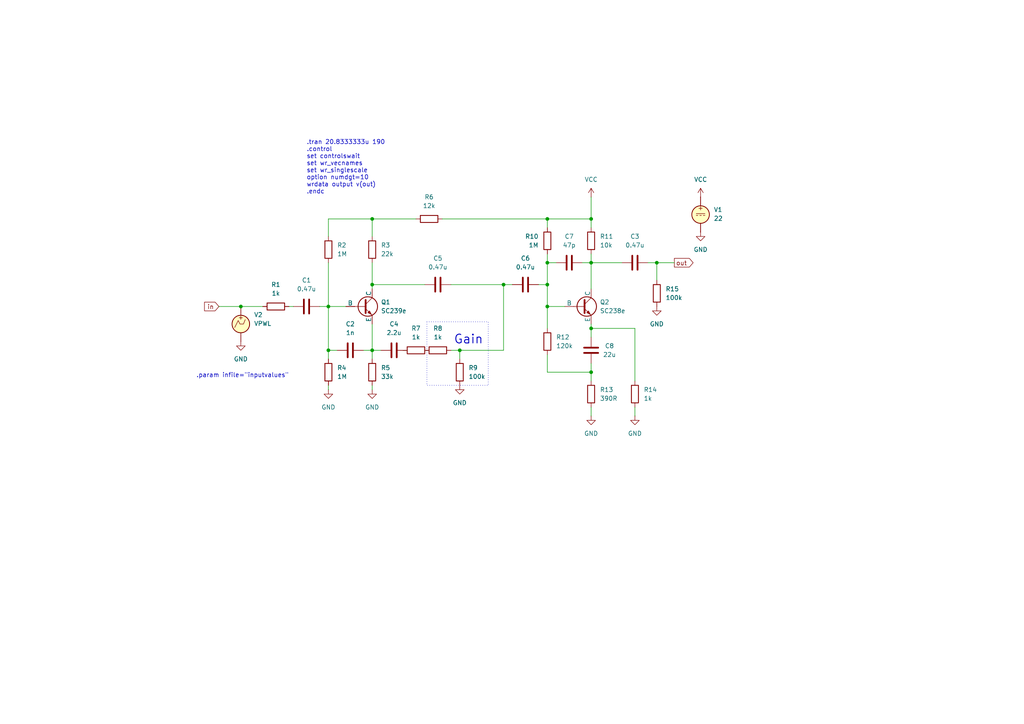
<source format=kicad_sch>
(kicad_sch (version 20250114) (generator "eeschema") (generator_version "9.0")
  (paper "A4")
  (lib_symbols
    (symbol "Device:C" (pin_numbers (hide yes)) (pin_names (offset 0.254))
      (property "Reference" "C" (at 0.635 2.54 0))
      (property "Value" "C" (at 0.635 -2.54 0))
      (symbol "C_0_1"
        (polyline (pts (xy -2.032 0.762) (xy 2.032 0.762)) (stroke (width 0.508)))
        (polyline (pts (xy -2.032 -0.762) (xy 2.032 -0.762)) (stroke (width 0.508)))
      )
      (symbol "C_1_1"
        (pin passive line (at 0 3.81 270) (length 2.794) (name "~") (number "1"))
        (pin passive line (at 0 -3.81 90) (length 2.794) (name "~") (number "2"))
      )
    )
    (symbol "Device:R" (pin_numbers (hide yes)) (pin_names (offset 0))
      (property "Reference" "R" (at 2.032 0 90))
      (property "Value" "R" (at 0 0 90))
      (symbol "R_0_1"
        (rectangle (start -1.016 -2.54) (end 1.016 2.54) (stroke (width 0.254)))
      )
      (symbol "R_1_1"
        (pin passive line (at 0 3.81 270) (length 1.27) (name "~") (number "1"))
        (pin passive line (at 0 -3.81 90) (length 1.27) (name "~") (number "2"))
      )
    )
    (symbol "Simulation_SPICE:NPN" (pin_numbers (hide yes)) (pin_names (offset 0))
      (property "Reference" "Q" (at -2.54 7.62 0))
      (property "Value" "NPN" (at -2.54 5.08 0))
      (symbol "NPN_0_1"
        (polyline (pts (xy -2.54 0) (xy 0.635 0)) (stroke (width 0.1524)))
        (polyline (pts (xy 0.635 1.905) (xy 0.635 -1.905) (xy 0.635 -1.905)) (stroke (width 0.508)))
        (polyline (pts (xy 0.635 0.635) (xy 2.54 2.54)))
        (polyline (pts (xy 0.635 -0.635) (xy 2.54 -2.54) (xy 2.54 -2.54)))
        (circle (center 1.27 0) (radius 2.8194) (stroke (width 0.254)))
        (polyline (pts (xy 1.27 -1.778) (xy 1.778 -1.27) (xy 2.286 -2.286) (xy 1.27 -1.778) (xy 1.27 -1.778)) (fill (type outline)))
        (polyline (pts (xy 2.794 -1.27) (xy 2.794 -1.27)) (stroke (width 0.1524)))
        (polyline (pts (xy 2.794 -1.27) (xy 2.794 -1.27)) (stroke (width 0.1524)))
      )
      (symbol "NPN_1_1"
        (pin input line (at -5.08 0 0) (length 2.54) (name "B") (number "2"))
        (pin open_collector line (at 2.54 5.08 270) (length 2.54) (name "C") (number "1"))
        (pin open_emitter line (at 2.54 -5.08 90) (length 2.54) (name "E") (number "3"))
      )
    )
    (symbol "Simulation_SPICE:VDC" (pin_numbers (hide yes)) (pin_names (offset 0.0254))
      (property "Reference" "V" (at 2.54 2.54 0))
      (property "Value" "1" (at 2.54 0 0))
      (symbol "VDC_0_0"
        (polyline (pts (xy -1.27 0.254) (xy 1.27 0.254)))
        (polyline (pts (xy -0.762 -0.254) (xy -1.27 -0.254)))
        (polyline (pts (xy 0.254 -0.254) (xy -0.254 -0.254)))
        (polyline (pts (xy 1.27 -0.254) (xy 0.762 -0.254)))
        (text "+" (at 0 1.905 0) (effects (font (size 1.27 1.27))))
      )
      (symbol "VDC_0_1"
        (circle (center 0 0) (radius 2.54) (stroke (width 0.254)) (fill (type background)))
      )
      (symbol "VDC_1_1"
        (pin passive line (at 0 5.08 270) (length 2.54) (name "~") (number "1"))
        (pin passive line (at 0 -5.08 90) (length 2.54) (name "~") (number "2"))
      )
    )
    (symbol "Simulation_SPICE:VPWL" (pin_numbers (hide yes)) (pin_names (offset 0.0254))
      (property "Reference" "V" (at 2.54 2.54 0))
      (property "Value" "VPWL" (at 2.54 0 0))
      (property "Sim.Params" "pwl=\"0 -1 50n -1 51n 0 97n 1 171n -1 200n -1\"" (at 2.54 -2.54 0))
      (symbol "VPWL_0_0"
        (polyline (pts (xy -1.778 -1.016) (xy -0.762 1.016) (xy -0.254 0) (xy 0.762 0) (xy 1.27 1.27)))
        (text "+" (at 0 1.905 0) (effects (font (size 1.27 1.27))))
      )
      (symbol "VPWL_0_1"
        (circle (center 0 0) (radius 2.54) (stroke (width 0.254)) (fill (type background)))
      )
      (symbol "VPWL_1_1"
        (pin passive line (at 0 5.08 270) (length 2.54) (name "~") (number "1"))
        (pin passive line (at 0 -5.08 90) (length 2.54) (name "~") (number "2"))
      )
    )
    (symbol "power:GND" (power) (pin_numbers (hide yes)) (pin_names (offset 0) (hide yes))
      (property "Value" "GND" (at 0 -3.81 0))
      (symbol "GND_0_1"
        (polyline (pts (xy 0 0) (xy 0 -1.27) (xy 1.27 -1.27) (xy 0 -2.54) (xy -1.27 -1.27) (xy 0 -1.27)))
      )
      (symbol "GND_1_1"
        (pin power_in line (at 0 0 270) (length 0) (name "~") (number "1"))
      )
    )
    (symbol "power:VCC" (power) (pin_numbers (hide yes)) (pin_names (offset 0) (hide yes))
      (property "Value" "VCC" (at 0 3.556 0))
      (symbol "VCC_0_1"
        (polyline (pts (xy -0.762 1.27) (xy 0 2.54)))
        (polyline (pts (xy 0 2.54) (xy 0.762 1.27)))
        (polyline (pts (xy 0 0) (xy 0 2.54)))
      )
      (symbol "VCC_1_1"
        (pin power_in line (at 0 0 90) (length 0) (name "~") (number "1"))
      )
    )
  )
  (rectangle (start 123.825 93.345) (end 141.605 111.76) (stroke (width 0) (type dot)))
  (text ".tran 20.8333333u 190\n.control\nset controlswait\nset wr_vecnames\nset wr_singlescale\noption numdgt=10\nwrdata output v(out)\n.endc" (at 88.9 48.514 0) (effects (font (size 1.27 1.27)) (justify left)))
  (text ".param infile=\"inputvalues\"" (at 70.358 108.966 0) (effects (font (size 1.27 1.27))))
  (text "Gain" (at 135.89 98.552 0) (effects (font (size 2.54 2.54) (thickness 0.254) (bold yes))))
  (junction (at 190.5 76.2))
  (junction (at 171.45 107.95))
  (junction (at 158.75 88.9))
  (junction (at 107.95 63.5))
  (junction (at 158.75 82.55))
  (junction (at 95.25 101.6))
  (junction (at 171.45 76.2))
  (junction (at 146.05 82.55))
  (junction (at 107.95 82.55))
  (junction (at 158.75 63.5))
  (junction (at 95.25 88.9))
  (junction (at 171.45 63.5))
  (junction (at 158.75 76.2))
  (junction (at 107.95 101.6))
  (junction (at 171.45 95.25))
  (junction (at 69.85 88.9))
  (junction (at 133.35 101.6))
  (wire (pts (xy 171.45 107.95) (xy 171.45 110.49)))
  (wire (pts (xy 63.5 88.9) (xy 69.85 88.9)))
  (wire (pts (xy 69.85 88.9) (xy 76.2 88.9)))
  (wire (pts (xy 190.5 76.2) (xy 190.5 81.28)))
  (wire (pts (xy 107.95 101.6) (xy 107.95 104.14)))
  (wire (pts (xy 187.96 76.2) (xy 190.5 76.2)))
  (wire (pts (xy 163.83 88.9) (xy 158.75 88.9)))
  (wire (pts (xy 95.25 101.6) (xy 95.25 104.14)))
  (wire (pts (xy 156.21 82.55) (xy 158.75 82.55)))
  (wire (pts (xy 130.81 82.55) (xy 146.05 82.55)))
  (wire (pts (xy 171.45 97.79) (xy 171.45 95.25)))
  (wire (pts (xy 190.5 76.2) (xy 195.58 76.2)))
  (wire (pts (xy 171.45 57.15) (xy 171.45 63.5)))
  (wire (pts (xy 105.41 101.6) (xy 107.95 101.6)))
  (wire (pts (xy 184.15 118.11) (xy 184.15 120.65)))
  (wire (pts (xy 171.45 118.11) (xy 171.45 120.65)))
  (wire (pts (xy 158.75 73.66) (xy 158.75 76.2)))
  (wire (pts (xy 95.25 88.9) (xy 100.33 88.9)))
  (wire (pts (xy 107.95 76.2) (xy 107.95 82.55)))
  (wire (pts (xy 95.25 68.58) (xy 95.25 63.5)))
  (wire (pts (xy 158.75 88.9) (xy 158.75 95.25)))
  (wire (pts (xy 168.91 76.2) (xy 171.45 76.2)))
  (wire (pts (xy 95.25 111.76) (xy 95.25 113.03)))
  (wire (pts (xy 107.95 111.76) (xy 107.95 113.03)))
  (wire (pts (xy 118.11 101.6) (xy 116.84 101.6)))
  (wire (pts (xy 133.35 101.6) (xy 133.35 104.14)))
  (wire (pts (xy 158.75 88.9) (xy 158.75 82.55)))
  (wire (pts (xy 158.75 76.2) (xy 158.75 82.55)))
  (wire (pts (xy 184.15 95.25) (xy 184.15 110.49)))
  (wire (pts (xy 171.45 95.25) (xy 184.15 95.25)))
  (wire (pts (xy 107.95 63.5) (xy 120.65 63.5)))
  (wire (pts (xy 107.95 63.5) (xy 107.95 68.58)))
  (wire (pts (xy 158.75 63.5) (xy 158.75 66.04)))
  (wire (pts (xy 171.45 63.5) (xy 158.75 63.5)))
  (wire (pts (xy 107.95 82.55) (xy 123.19 82.55)))
  (wire (pts (xy 171.45 66.04) (xy 171.45 63.5)))
  (wire (pts (xy 171.45 95.25) (xy 171.45 93.98)))
  (wire (pts (xy 92.71 88.9) (xy 95.25 88.9)))
  (wire (pts (xy 107.95 101.6) (xy 110.49 101.6)))
  (wire (pts (xy 171.45 76.2) (xy 180.34 76.2)))
  (wire (pts (xy 83.82 88.9) (xy 85.09 88.9)))
  (wire (pts (xy 146.05 82.55) (xy 148.59 82.55)))
  (wire (pts (xy 130.81 101.6) (xy 133.35 101.6)))
  (wire (pts (xy 158.75 102.87) (xy 158.75 107.95)))
  (wire (pts (xy 95.25 63.5) (xy 107.95 63.5)))
  (wire (pts (xy 128.27 63.5) (xy 158.75 63.5)))
  (wire (pts (xy 95.25 101.6) (xy 95.25 88.9)))
  (wire (pts (xy 107.95 101.6) (xy 107.95 93.98)))
  (wire (pts (xy 146.05 82.55) (xy 146.05 101.6)))
  (wire (pts (xy 171.45 76.2) (xy 171.45 73.66)))
  (wire (pts (xy 107.95 82.55) (xy 107.95 83.82)))
  (wire (pts (xy 95.25 76.2) (xy 95.25 88.9)))
  (wire (pts (xy 158.75 76.2) (xy 161.29 76.2)))
  (wire (pts (xy 124.46 101.6) (xy 123.19 101.6)))
  (wire (pts (xy 133.35 101.6) (xy 146.05 101.6)))
  (wire (pts (xy 171.45 107.95) (xy 171.45 105.41)))
  (wire (pts (xy 158.75 107.95) (xy 171.45 107.95)))
  (wire (pts (xy 97.79 101.6) (xy 95.25 101.6)))
  (wire (pts (xy 171.45 76.2) (xy 171.45 83.82)))
  (global_label "out" (shape output) (at 195.58 76.2 0) (property "Intersheetrefs" "${INTERSHEET_REFS}" (effects (hide yes))))
  (global_label "in" (shape input) (at 63.5 88.9 180) (property "Intersheetrefs" "${INTERSHEET_REFS}" (effects (hide yes))))
  (symbol (lib_id "power:GND") (at 184.15 120.65 0) (unit 1)
    (property "Reference" "#PWR03" (effects (hide yes)))
    (property "Value" "GND" (at 184.15 125.73 0))
    (property "Description" "Power symbol creates a global label with name \"GND\" , ground" (effects (hide yes)))
  )
  (symbol (lib_id "Device:R") (at 133.35 107.95 180) (unit 1)
    (property "Reference" "R9" (at 135.89 106.6799 0) (effects (justify right)))
    (property "Value" "100k" (at 135.89 109.2199 0) (effects (justify right)))
    (property "Description" "Resistor" (effects (hide yes)))
  )
  (symbol (lib_id "Device:R") (at 107.95 107.95 0) (unit 1)
    (property "Reference" "R5" (at 110.49 106.6799 0) (effects (justify left)))
    (property "Value" "33k" (at 110.49 109.2199 0) (effects (justify left)))
    (property "Description" "Resistor" (effects (hide yes)))
  )
  (symbol (lib_id "Device:C") (at 165.1 76.2 90) (unit 1)
    (property "Reference" "C7" (at 165.1 68.58 90))
    (property "Value" "47p" (at 165.1 71.12 90))
    (property "Description" "Unpolarized capacitor" (effects (hide yes)))
  )
  (symbol (lib_id "Device:R") (at 171.45 114.3 180) (unit 1)
    (property "Reference" "R13" (at 173.99 113.0299 0) (effects (justify right)))
    (property "Value" "390R" (at 173.99 115.5699 0) (effects (justify right)))
    (property "Description" "Resistor" (effects (hide yes)))
  )
  (symbol (lib_id "power:GND") (at 171.45 120.65 0) (unit 1)
    (property "Reference" "#PWR05" (effects (hide yes)))
    (property "Value" "GND" (at 171.45 125.73 0))
    (property "Description" "Power symbol creates a global label with name \"GND\" , ground" (effects (hide yes)))
  )
  (symbol (lib_id "Device:C") (at 114.3 101.6 90) (unit 1)
    (property "Reference" "C4" (at 114.3 93.98 90))
    (property "Value" "2.2u" (at 114.3 96.52 90))
    (property "Description" "Unpolarized capacitor" (effects (hide yes)))
  )
  (symbol (lib_id "Device:R") (at 95.25 107.95 0) (unit 1)
    (property "Reference" "R4" (at 97.79 106.6799 0) (effects (justify left)))
    (property "Value" "1M" (at 97.79 109.2199 0) (effects (justify left)))
    (property "Description" "Resistor" (effects (hide yes)))
  )
  (symbol (lib_id "power:GND") (at 133.35 111.76 0) (unit 1)
    (property "Reference" "#PWR04" (effects (hide yes)))
    (property "Value" "GND" (at 133.35 116.84 0))
    (property "Description" "Power symbol creates a global label with name \"GND\" , ground" (effects (hide yes)))
  )
  (symbol (lib_id "power:GND") (at 95.25 113.03 0) (unit 1)
    (property "Reference" "#PWR01" (effects (hide yes)))
    (property "Value" "GND" (at 95.25 118.11 0))
    (property "Description" "Power symbol creates a global label with name \"GND\" , ground" (effects (hide yes)))
  )
  (symbol (lib_id "Device:R") (at 124.46 63.5 90) (unit 1)
    (property "Reference" "R6" (at 124.46 57.15 90))
    (property "Value" "12k" (at 124.46 59.69 90))
    (property "Description" "Resistor" (effects (hide yes)))
  )
  (symbol (lib_id "Device:C") (at 88.9 88.9 90) (unit 1)
    (property "Reference" "C1" (at 88.9 81.28 90))
    (property "Value" "0.47u" (at 88.9 83.82 90))
    (property "Description" "Unpolarized capacitor" (effects (hide yes)))
  )
  (symbol (lib_id "Device:R") (at 107.95 72.39 0) (unit 1)
    (property "Reference" "R3" (at 110.49 71.1199 0) (effects (justify left)))
    (property "Value" "22k" (at 110.49 73.6599 0) (effects (justify left)))
    (property "Description" "Resistor" (effects (hide yes)))
  )
  (symbol (lib_id "Device:R") (at 80.01 88.9 90) (unit 1)
    (property "Reference" "R1" (at 80.01 82.55 90))
    (property "Value" "1k" (at 80.01 85.09 90))
    (property "Description" "Resistor" (effects (hide yes)))
  )
  (symbol (lib_id "Device:C") (at 171.45 101.6 0) (mirror x) (unit 1)
    (property "Reference" "C8" (at 176.784 100.33 0))
    (property "Value" "22u" (at 176.784 102.87 0))
    (property "Description" "Unpolarized capacitor" (effects (hide yes)))
  )
  (symbol (lib_id "power:GND") (at 190.5 88.9 0) (unit 1)
    (property "Reference" "#PWR010" (effects (hide yes)))
    (property "Value" "GND" (at 190.5 93.98 0))
    (property "Description" "Power symbol creates a global label with name \"GND\" , ground" (effects (hide yes)))
  )
  (symbol (lib_id "Simulation_SPICE:NPN") (at 168.91 88.9 0) (unit 1)
    (property "Reference" "Q2" (at 173.99 87.6299 0) (effects (justify left)))
    (property "Value" "SC238e" (at 173.99 90.1699 0) (effects (justify left)))
    (property "Datasheet" "https://ngspice.sourceforge.io/docs/ngspice-html-manual/manual.xhtml#cha_BJTs" (effects (hide yes)))
    (property "Description" "Bipolar transistor symbol for simulation only, substrate tied to the emitter" (effects (hide yes)))
    (property "Sim.Device" "NPN" (effects (hide yes)))
    (property "Sim.Type" "GUMMELPOON" (effects (hide yes)))
    (property "Sim.Pins" "1=C 2=B 3=E" (effects (hide yes)))
    (property "Sim.Library" "BC.CIR" (effects (hide yes)))
    (property "Sim.Name" "BC238BP" (effects (hide yes)))
    (property "Sim.Params" "temp=25" (effects (hide yes)))
  )
  (symbol (lib_id "Device:C") (at 127 82.55 90) (unit 1)
    (property "Reference" "C5" (at 127 74.93 90))
    (property "Value" "0.47u" (at 127 77.47 90))
    (property "Description" "Unpolarized capacitor" (effects (hide yes)))
  )
  (symbol (lib_id "power:GND") (at 69.85 99.06 0) (unit 1)
    (property "Reference" "#PWR09" (effects (hide yes)))
    (property "Value" "GND" (at 69.85 104.14 0))
    (property "Description" "Power symbol creates a global label with name \"GND\" , ground" (effects (hide yes)))
  )
  (symbol (lib_id "power:GND") (at 203.2 67.31 0) (unit 1)
    (property "Reference" "#PWR08" (effects (hide yes)))
    (property "Value" "GND" (at 203.2 72.39 0))
    (property "Description" "Power symbol creates a global label with name \"GND\" , ground" (effects (hide yes)))
  )
  (symbol (lib_id "Simulation_SPICE:VDC") (at 203.2 62.23 0) (unit 1)
    (property "Reference" "V1" (at 207.01 60.8301 0) (effects (justify left)))
    (property "Value" "22" (at 207.01 63.3701 0) (effects (justify left)))
    (property "Datasheet" "https://ngspice.sourceforge.io/docs/ngspice-html-manual/manual.xhtml#sec_Independent_Sources_for" (effects (hide yes)))
    (property "Description" "Voltage source, DC" (effects (hide yes)))
    (property "Sim.Pins" "1=+ 2=-" (effects (hide yes)))
    (property "Sim.Type" "DC" (effects (hide yes)))
    (property "Sim.Device" "V" (effects (hide yes)))
  )
  (symbol (lib_id "Device:R") (at 158.75 69.85 0) (mirror y) (unit 1)
    (property "Reference" "R10" (at 156.21 68.5799 0) (effects (justify left)))
    (property "Value" "1M" (at 156.21 71.1199 0) (effects (justify left)))
    (property "Description" "Resistor" (effects (hide yes)))
  )
  (symbol (lib_id "Device:R") (at 95.25 72.39 0) (unit 1)
    (property "Reference" "R2" (at 97.79 71.1199 0) (effects (justify left)))
    (property "Value" "1M" (at 97.79 73.6599 0) (effects (justify left)))
    (property "Description" "Resistor" (effects (hide yes)))
  )
  (symbol (lib_id "Device:R") (at 158.75 99.06 0) (unit 1)
    (property "Reference" "R12" (at 161.29 97.7899 0) (effects (justify left)))
    (property "Value" "120k" (at 161.29 100.3299 0) (effects (justify left)))
    (property "Description" "Resistor" (effects (hide yes)))
  )
  (symbol (lib_id "Device:R") (at 127 101.6 90) (unit 1)
    (property "Reference" "R8" (at 127 95.25 90))
    (property "Value" "1k" (at 127 97.79 90))
    (property "Description" "Resistor" (effects (hide yes)))
  )
  (symbol (lib_id "Simulation_SPICE:NPN") (at 105.41 88.9 0) (unit 1)
    (property "Reference" "Q1" (at 110.49 87.6299 0) (effects (justify left)))
    (property "Value" "SC239e" (at 110.49 90.1699 0) (effects (justify left)))
    (property "Datasheet" "https://ngspice.sourceforge.io/docs/ngspice-html-manual/manual.xhtml#cha_BJTs" (effects (hide yes)))
    (property "Description" "Bipolar transistor symbol for simulation only, substrate tied to the emitter" (effects (hide yes)))
    (property "Sim.Device" "NPN" (effects (hide yes)))
    (property "Sim.Type" "GUMMELPOON" (effects (hide yes)))
    (property "Sim.Pins" "1=C 2=B 3=E" (effects (hide yes)))
    (property "Sim.Library" "BC.CIR" (effects (hide yes)))
    (property "Sim.Name" "BC239BP" (effects (hide yes)))
    (property "Sim.Params" "temp=25" (effects (hide yes)))
  )
  (symbol (lib_id "power:VCC") (at 171.45 57.15 0) (unit 1)
    (property "Reference" "#PWR06" (effects (hide yes)))
    (property "Value" "VCC" (at 171.45 52.07 0))
    (property "Description" "Power symbol creates a global label with name \"VCC\"" (effects (hide yes)))
  )
  (symbol (lib_id "Device:R") (at 171.45 69.85 0) (unit 1)
    (property "Reference" "R11" (at 173.99 68.5799 0) (effects (justify left)))
    (property "Value" "10k" (at 173.99 71.1199 0) (effects (justify left)))
    (property "Description" "Resistor" (effects (hide yes)))
  )
  (symbol (lib_id "Device:C") (at 101.6 101.6 90) (unit 1)
    (property "Reference" "C2" (at 101.6 93.98 90))
    (property "Value" "1n" (at 101.6 96.52 90))
    (property "Description" "Unpolarized capacitor" (effects (hide yes)))
  )
  (symbol (lib_id "power:GND") (at 107.95 113.03 0) (unit 1)
    (property "Reference" "#PWR02" (effects (hide yes)))
    (property "Value" "GND" (at 107.95 118.11 0))
    (property "Description" "Power symbol creates a global label with name \"GND\" , ground" (effects (hide yes)))
  )
  (symbol (lib_id "Device:R") (at 190.5 85.09 0) (unit 1)
    (property "Reference" "R15" (at 193.04 83.8199 0) (effects (justify left)))
    (property "Value" "100k" (at 193.04 86.3599 0) (effects (justify left)))
    (property "Description" "Resistor" (effects (hide yes)))
  )
  (symbol (lib_id "Device:R") (at 184.15 114.3 0) (unit 1)
    (property "Reference" "R14" (at 186.69 113.0299 0) (effects (justify left)))
    (property "Value" "1k" (at 186.69 115.5699 0) (effects (justify left)))
    (property "Description" "Resistor" (effects (hide yes)))
  )
  (symbol (lib_id "power:VCC") (at 203.2 57.15 0) (unit 1)
    (property "Reference" "#PWR07" (effects (hide yes)))
    (property "Value" "VCC" (at 203.2 52.07 0))
    (property "Description" "Power symbol creates a global label with name \"VCC\"" (effects (hide yes)))
  )
  (symbol (lib_id "Device:C") (at 152.4 82.55 90) (unit 1)
    (property "Reference" "C6" (at 152.4 74.93 90))
    (property "Value" "0.47u" (at 152.4 77.47 90))
    (property "Description" "Unpolarized capacitor" (effects (hide yes)))
  )
  (symbol (lib_id "Simulation_SPICE:VPWL") (at 69.85 93.98 0) (unit 1)
    (property "Reference" "V2" (at 73.66 91.3101 0) (effects (justify left)))
    (property "Value" "VPWL" (at 73.66 93.8501 0) (effects (justify left)))
    (property "Datasheet" "https://ngspice.sourceforge.io/docs/ngspice-html-manual/manual.xhtml#sec_Independent_Sources_for" (effects (hide yes)))
    (property "Description" "Voltage source, piece-wise linear" (effects (hide yes)))
    (property "Sim.Pins" "1=1 2=2" (effects (hide yes)))
    (property "Sim.Device" "SUBCKT" (effects (hide yes)))
    (property "Sim.Library" "FILE.CIR" (effects (hide yes)))
    (property "Sim.Name" "fs" (effects (hide yes)))
  )
  (symbol (lib_id "Device:C") (at 184.15 76.2 90) (unit 1)
    (property "Reference" "C3" (at 184.15 68.58 90))
    (property "Value" "0.47u" (at 184.15 71.12 90))
    (property "Description" "Unpolarized capacitor" (effects (hide yes)))
  )
  (symbol (lib_id "Device:R") (at 120.65 101.6 90) (unit 1)
    (property "Reference" "R7" (at 120.65 95.25 90))
    (property "Value" "1k" (at 120.65 97.79 90))
    (property "Description" "Resistor" (effects (hide yes)))
  )
)
</source>
